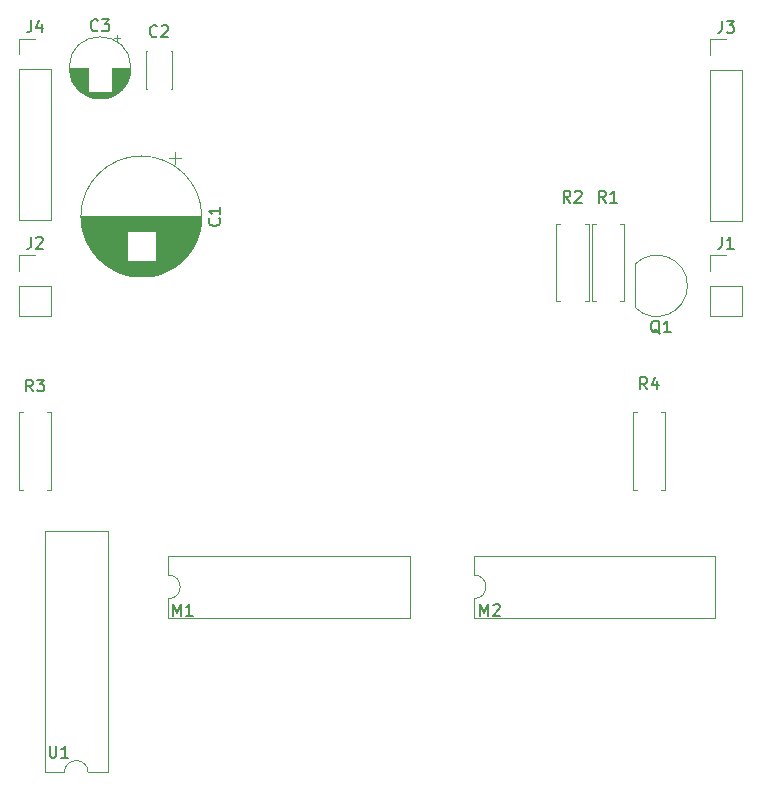
<source format=gbr>
%TF.GenerationSoftware,KiCad,Pcbnew,(6.0.9)*%
%TF.CreationDate,2022-12-23T11:45:30+05:30*%
%TF.ProjectId,IN-14 Panel,494e2d31-3420-4506-916e-656c2e6b6963,1.0*%
%TF.SameCoordinates,Original*%
%TF.FileFunction,Legend,Top*%
%TF.FilePolarity,Positive*%
%FSLAX46Y46*%
G04 Gerber Fmt 4.6, Leading zero omitted, Abs format (unit mm)*
G04 Created by KiCad (PCBNEW (6.0.9)) date 2022-12-23 11:45:30*
%MOMM*%
%LPD*%
G01*
G04 APERTURE LIST*
%ADD10C,0.150000*%
%ADD11C,0.120000*%
G04 APERTURE END LIST*
D10*
%TO.C,R4*%
X162833333Y-103762380D02*
X162500000Y-103286190D01*
X162261904Y-103762380D02*
X162261904Y-102762380D01*
X162642857Y-102762380D01*
X162738095Y-102810000D01*
X162785714Y-102857619D01*
X162833333Y-102952857D01*
X162833333Y-103095714D01*
X162785714Y-103190952D01*
X162738095Y-103238571D01*
X162642857Y-103286190D01*
X162261904Y-103286190D01*
X163690476Y-103095714D02*
X163690476Y-103762380D01*
X163452380Y-102714761D02*
X163214285Y-103429047D01*
X163833333Y-103429047D01*
%TO.C,J2*%
X110666666Y-90847380D02*
X110666666Y-91561666D01*
X110619047Y-91704523D01*
X110523809Y-91799761D01*
X110380952Y-91847380D01*
X110285714Y-91847380D01*
X111095238Y-90942619D02*
X111142857Y-90895000D01*
X111238095Y-90847380D01*
X111476190Y-90847380D01*
X111571428Y-90895000D01*
X111619047Y-90942619D01*
X111666666Y-91037857D01*
X111666666Y-91133095D01*
X111619047Y-91275952D01*
X111047619Y-91847380D01*
X111666666Y-91847380D01*
%TO.C,U1*%
X112238095Y-133952380D02*
X112238095Y-134761904D01*
X112285714Y-134857142D01*
X112333333Y-134904761D01*
X112428571Y-134952380D01*
X112619047Y-134952380D01*
X112714285Y-134904761D01*
X112761904Y-134857142D01*
X112809523Y-134761904D01*
X112809523Y-133952380D01*
X113809523Y-134952380D02*
X113238095Y-134952380D01*
X113523809Y-134952380D02*
X113523809Y-133952380D01*
X113428571Y-134095238D01*
X113333333Y-134190476D01*
X113238095Y-134238095D01*
%TO.C,Q1*%
X163904761Y-99047619D02*
X163809523Y-99000000D01*
X163714285Y-98904761D01*
X163571428Y-98761904D01*
X163476190Y-98714285D01*
X163380952Y-98714285D01*
X163428571Y-98952380D02*
X163333333Y-98904761D01*
X163238095Y-98809523D01*
X163190476Y-98619047D01*
X163190476Y-98285714D01*
X163238095Y-98095238D01*
X163333333Y-98000000D01*
X163428571Y-97952380D01*
X163619047Y-97952380D01*
X163714285Y-98000000D01*
X163809523Y-98095238D01*
X163857142Y-98285714D01*
X163857142Y-98619047D01*
X163809523Y-98809523D01*
X163714285Y-98904761D01*
X163619047Y-98952380D01*
X163428571Y-98952380D01*
X164809523Y-98952380D02*
X164238095Y-98952380D01*
X164523809Y-98952380D02*
X164523809Y-97952380D01*
X164428571Y-98095238D01*
X164333333Y-98190476D01*
X164238095Y-98238095D01*
%TO.C,C1*%
X126607142Y-89298989D02*
X126654761Y-89346608D01*
X126702380Y-89489465D01*
X126702380Y-89584703D01*
X126654761Y-89727561D01*
X126559523Y-89822799D01*
X126464285Y-89870418D01*
X126273809Y-89918037D01*
X126130952Y-89918037D01*
X125940476Y-89870418D01*
X125845238Y-89822799D01*
X125750000Y-89727561D01*
X125702380Y-89584703D01*
X125702380Y-89489465D01*
X125750000Y-89346608D01*
X125797619Y-89298989D01*
X126702380Y-88346608D02*
X126702380Y-88918037D01*
X126702380Y-88632323D02*
X125702380Y-88632323D01*
X125845238Y-88727561D01*
X125940476Y-88822799D01*
X125988095Y-88918037D01*
%TO.C,J3*%
X169166666Y-72582380D02*
X169166666Y-73296666D01*
X169119047Y-73439523D01*
X169023809Y-73534761D01*
X168880952Y-73582380D01*
X168785714Y-73582380D01*
X169547619Y-72582380D02*
X170166666Y-72582380D01*
X169833333Y-72963333D01*
X169976190Y-72963333D01*
X170071428Y-73010952D01*
X170119047Y-73058571D01*
X170166666Y-73153809D01*
X170166666Y-73391904D01*
X170119047Y-73487142D01*
X170071428Y-73534761D01*
X169976190Y-73582380D01*
X169690476Y-73582380D01*
X169595238Y-73534761D01*
X169547619Y-73487142D01*
%TO.C,C2*%
X121333333Y-73857142D02*
X121285714Y-73904761D01*
X121142857Y-73952380D01*
X121047619Y-73952380D01*
X120904761Y-73904761D01*
X120809523Y-73809523D01*
X120761904Y-73714285D01*
X120714285Y-73523809D01*
X120714285Y-73380952D01*
X120761904Y-73190476D01*
X120809523Y-73095238D01*
X120904761Y-73000000D01*
X121047619Y-72952380D01*
X121142857Y-72952380D01*
X121285714Y-73000000D01*
X121333333Y-73047619D01*
X121714285Y-73047619D02*
X121761904Y-73000000D01*
X121857142Y-72952380D01*
X122095238Y-72952380D01*
X122190476Y-73000000D01*
X122238095Y-73047619D01*
X122285714Y-73142857D01*
X122285714Y-73238095D01*
X122238095Y-73380952D01*
X121666666Y-73952380D01*
X122285714Y-73952380D01*
%TO.C,R1*%
X159333333Y-87952380D02*
X159000000Y-87476190D01*
X158761904Y-87952380D02*
X158761904Y-86952380D01*
X159142857Y-86952380D01*
X159238095Y-87000000D01*
X159285714Y-87047619D01*
X159333333Y-87142857D01*
X159333333Y-87285714D01*
X159285714Y-87380952D01*
X159238095Y-87428571D01*
X159142857Y-87476190D01*
X158761904Y-87476190D01*
X160285714Y-87952380D02*
X159714285Y-87952380D01*
X160000000Y-87952380D02*
X160000000Y-86952380D01*
X159904761Y-87095238D01*
X159809523Y-87190476D01*
X159714285Y-87238095D01*
%TO.C,R2*%
X156333333Y-87952380D02*
X156000000Y-87476190D01*
X155761904Y-87952380D02*
X155761904Y-86952380D01*
X156142857Y-86952380D01*
X156238095Y-87000000D01*
X156285714Y-87047619D01*
X156333333Y-87142857D01*
X156333333Y-87285714D01*
X156285714Y-87380952D01*
X156238095Y-87428571D01*
X156142857Y-87476190D01*
X155761904Y-87476190D01*
X156714285Y-87047619D02*
X156761904Y-87000000D01*
X156857142Y-86952380D01*
X157095238Y-86952380D01*
X157190476Y-87000000D01*
X157238095Y-87047619D01*
X157285714Y-87142857D01*
X157285714Y-87238095D01*
X157238095Y-87380952D01*
X156666666Y-87952380D01*
X157285714Y-87952380D01*
%TO.C,J4*%
X110666666Y-72542380D02*
X110666666Y-73256666D01*
X110619047Y-73399523D01*
X110523809Y-73494761D01*
X110380952Y-73542380D01*
X110285714Y-73542380D01*
X111571428Y-72875714D02*
X111571428Y-73542380D01*
X111333333Y-72494761D02*
X111095238Y-73209047D01*
X111714285Y-73209047D01*
%TO.C,J1*%
X169166666Y-90847380D02*
X169166666Y-91561666D01*
X169119047Y-91704523D01*
X169023809Y-91799761D01*
X168880952Y-91847380D01*
X168785714Y-91847380D01*
X170166666Y-91847380D02*
X169595238Y-91847380D01*
X169880952Y-91847380D02*
X169880952Y-90847380D01*
X169785714Y-90990238D01*
X169690476Y-91085476D01*
X169595238Y-91133095D01*
%TO.C,R3*%
X110833333Y-103952380D02*
X110500000Y-103476190D01*
X110261904Y-103952380D02*
X110261904Y-102952380D01*
X110642857Y-102952380D01*
X110738095Y-103000000D01*
X110785714Y-103047619D01*
X110833333Y-103142857D01*
X110833333Y-103285714D01*
X110785714Y-103380952D01*
X110738095Y-103428571D01*
X110642857Y-103476190D01*
X110261904Y-103476190D01*
X111166666Y-102952380D02*
X111785714Y-102952380D01*
X111452380Y-103333333D01*
X111595238Y-103333333D01*
X111690476Y-103380952D01*
X111738095Y-103428571D01*
X111785714Y-103523809D01*
X111785714Y-103761904D01*
X111738095Y-103857142D01*
X111690476Y-103904761D01*
X111595238Y-103952380D01*
X111309523Y-103952380D01*
X111214285Y-103904761D01*
X111166666Y-103857142D01*
%TO.C,C3*%
X116333333Y-73357142D02*
X116285714Y-73404761D01*
X116142857Y-73452380D01*
X116047619Y-73452380D01*
X115904761Y-73404761D01*
X115809523Y-73309523D01*
X115761904Y-73214285D01*
X115714285Y-73023809D01*
X115714285Y-72880952D01*
X115761904Y-72690476D01*
X115809523Y-72595238D01*
X115904761Y-72500000D01*
X116047619Y-72452380D01*
X116142857Y-72452380D01*
X116285714Y-72500000D01*
X116333333Y-72547619D01*
X116666666Y-72452380D02*
X117285714Y-72452380D01*
X116952380Y-72833333D01*
X117095238Y-72833333D01*
X117190476Y-72880952D01*
X117238095Y-72928571D01*
X117285714Y-73023809D01*
X117285714Y-73261904D01*
X117238095Y-73357142D01*
X117190476Y-73404761D01*
X117095238Y-73452380D01*
X116809523Y-73452380D01*
X116714285Y-73404761D01*
X116666666Y-73357142D01*
%TO.C,M2*%
X148690476Y-122952380D02*
X148690476Y-121952380D01*
X149023809Y-122666666D01*
X149357142Y-121952380D01*
X149357142Y-122952380D01*
X149785714Y-122047619D02*
X149833333Y-122000000D01*
X149928571Y-121952380D01*
X150166666Y-121952380D01*
X150261904Y-122000000D01*
X150309523Y-122047619D01*
X150357142Y-122142857D01*
X150357142Y-122238095D01*
X150309523Y-122380952D01*
X149738095Y-122952380D01*
X150357142Y-122952380D01*
%TO.C,M1*%
X122690476Y-122952380D02*
X122690476Y-121952380D01*
X123023809Y-122666666D01*
X123357142Y-121952380D01*
X123357142Y-122952380D01*
X124357142Y-122952380D02*
X123785714Y-122952380D01*
X124071428Y-122952380D02*
X124071428Y-121952380D01*
X123976190Y-122095238D01*
X123880952Y-122190476D01*
X123785714Y-122238095D01*
D11*
%TO.C,R4*%
X164370000Y-105730000D02*
X164040000Y-105730000D01*
X164370000Y-112270000D02*
X164370000Y-105730000D01*
X161630000Y-105730000D02*
X161960000Y-105730000D01*
X161960000Y-112270000D02*
X161630000Y-112270000D01*
X164040000Y-112270000D02*
X164370000Y-112270000D01*
X161630000Y-112270000D02*
X161630000Y-105730000D01*
%TO.C,J2*%
X109670000Y-94995000D02*
X109670000Y-97595000D01*
X109670000Y-94995000D02*
X112330000Y-94995000D01*
X109670000Y-97595000D02*
X112330000Y-97595000D01*
X112330000Y-94995000D02*
X112330000Y-97595000D01*
X109670000Y-93725000D02*
X109670000Y-92395000D01*
X109670000Y-92395000D02*
X111000000Y-92395000D01*
%TO.C,U1*%
X111840000Y-136205000D02*
X113490000Y-136205000D01*
X117140000Y-115765000D02*
X111840000Y-115765000D01*
X111840000Y-115765000D02*
X111840000Y-136205000D01*
X115490000Y-136205000D02*
X117140000Y-136205000D01*
X117140000Y-136205000D02*
X117140000Y-115765000D01*
X115490000Y-136205000D02*
G75*
G03*
X113490000Y-136205000I-1000000J0D01*
G01*
%TO.C,Q1*%
X161790000Y-93200000D02*
X161790000Y-96800000D01*
X166240001Y-95000000D02*
G75*
G03*
X161801522Y-93161522I-2600001J0D01*
G01*
X161801522Y-96838478D02*
G75*
G03*
X166240000Y-95000000I1838478J1838478D01*
G01*
%TO.C,C1*%
X118759000Y-90453323D02*
X115093000Y-90453323D01*
X118759000Y-90653323D02*
X115150000Y-90653323D01*
X124417000Y-91653323D02*
X121241000Y-91653323D01*
X122365000Y-93653323D02*
X117635000Y-93653323D01*
X123925000Y-92373323D02*
X121241000Y-92373323D01*
X118759000Y-90733323D02*
X115176000Y-90733323D01*
X122579000Y-93533323D02*
X117421000Y-93533323D01*
X124824000Y-90733323D02*
X121241000Y-90733323D01*
X121230000Y-94093323D02*
X118770000Y-94093323D01*
X118759000Y-92053323D02*
X115834000Y-92053323D01*
X123000000Y-93253323D02*
X117000000Y-93253323D01*
X124783000Y-90853323D02*
X121241000Y-90853323D01*
X124907000Y-90453323D02*
X121241000Y-90453323D01*
X125045000Y-89732323D02*
X114955000Y-89732323D01*
X124221000Y-91973323D02*
X121241000Y-91973323D01*
X124797000Y-90813323D02*
X121241000Y-90813323D01*
X118759000Y-91573323D02*
X115538000Y-91573323D01*
X118759000Y-92293323D02*
X116011000Y-92293323D01*
X122889000Y-93333323D02*
X117111000Y-93333323D01*
X118759000Y-90973323D02*
X115262000Y-90973323D01*
X118759000Y-92373323D02*
X116075000Y-92373323D01*
X124371000Y-91733323D02*
X121241000Y-91733323D01*
X122289000Y-93693323D02*
X117711000Y-93693323D01*
X118759000Y-91173323D02*
X115343000Y-91173323D01*
X118759000Y-90813323D02*
X115203000Y-90813323D01*
X124947000Y-90293323D02*
X115053000Y-90293323D01*
X118759000Y-92653323D02*
X116321000Y-92653323D01*
X125080000Y-89212323D02*
X114920000Y-89212323D01*
X123206000Y-93093323D02*
X116794000Y-93093323D01*
X125004000Y-90013323D02*
X114996000Y-90013323D01*
X123375000Y-84152677D02*
X122375000Y-84152677D01*
X124885000Y-90533323D02*
X121241000Y-90533323D01*
X118759000Y-91053323D02*
X115293000Y-91053323D01*
X125080000Y-89132323D02*
X114920000Y-89132323D01*
X118759000Y-92533323D02*
X116211000Y-92533323D01*
X123679000Y-92653323D02*
X121241000Y-92653323D01*
X124738000Y-90973323D02*
X121241000Y-90973323D01*
X118759000Y-91253323D02*
X115379000Y-91253323D01*
X118759000Y-90493323D02*
X115103000Y-90493323D01*
X125058000Y-89612323D02*
X114942000Y-89612323D01*
X124928000Y-90373323D02*
X115072000Y-90373323D01*
X118759000Y-92453323D02*
X116142000Y-92453323D01*
X124166000Y-92053323D02*
X121241000Y-92053323D01*
X124918000Y-90413323D02*
X121241000Y-90413323D01*
X125024000Y-89893323D02*
X114976000Y-89893323D01*
X124020000Y-92253323D02*
X121241000Y-92253323D01*
X118759000Y-91413323D02*
X115455000Y-91413323D01*
X124965000Y-90213323D02*
X115035000Y-90213323D01*
X124603000Y-91293323D02*
X121241000Y-91293323D01*
X124850000Y-90653323D02*
X121241000Y-90653323D01*
X121846000Y-93893323D02*
X118154000Y-93893323D01*
X118759000Y-90693323D02*
X115163000Y-90693323D01*
X124050000Y-92213323D02*
X121241000Y-92213323D01*
X125035000Y-89812323D02*
X114965000Y-89812323D01*
X123106000Y-93173323D02*
X116894000Y-93173323D01*
X118759000Y-92493323D02*
X116176000Y-92493323D01*
X124974000Y-90173323D02*
X115026000Y-90173323D01*
X123892000Y-92413323D02*
X121241000Y-92413323D01*
X121630000Y-93973323D02*
X118370000Y-93973323D01*
X118759000Y-92333323D02*
X116043000Y-92333323D01*
X124754000Y-90933323D02*
X121241000Y-90933323D01*
X118759000Y-91893323D02*
X115727000Y-91893323D01*
X124674000Y-91133323D02*
X121241000Y-91133323D01*
X124639000Y-91213323D02*
X121241000Y-91213323D01*
X124956000Y-90253323D02*
X115044000Y-90253323D01*
X125054000Y-89652323D02*
X114946000Y-89652323D01*
X118759000Y-91493323D02*
X115496000Y-91493323D01*
X118759000Y-92773323D02*
X116439000Y-92773323D01*
X118759000Y-92253323D02*
X115980000Y-92253323D01*
X118759000Y-92413323D02*
X116108000Y-92413323D01*
X122645000Y-93493323D02*
X117355000Y-93493323D01*
X118759000Y-92173323D02*
X115920000Y-92173323D01*
X124323000Y-91813323D02*
X121241000Y-91813323D01*
X123858000Y-92453323D02*
X121241000Y-92453323D01*
X118759000Y-90933323D02*
X115246000Y-90933323D01*
X121062000Y-94133323D02*
X118938000Y-94133323D01*
X125073000Y-89412323D02*
X114927000Y-89412323D01*
X121742000Y-93933323D02*
X118258000Y-93933323D01*
X123054000Y-93213323D02*
X116946000Y-93213323D01*
X118759000Y-92613323D02*
X116284000Y-92613323D01*
X122770000Y-93413323D02*
X117230000Y-93413323D01*
X124874000Y-90573323D02*
X121241000Y-90573323D01*
X123478000Y-92853323D02*
X121241000Y-92853323D01*
X118759000Y-90613323D02*
X115138000Y-90613323D01*
X118759000Y-92693323D02*
X116360000Y-92693323D01*
X124837000Y-90693323D02*
X121241000Y-90693323D01*
X118759000Y-91293323D02*
X115397000Y-91293323D01*
X121378000Y-94053323D02*
X118622000Y-94053323D01*
X123392000Y-92933323D02*
X116608000Y-92933323D01*
X118759000Y-90533323D02*
X115115000Y-90533323D01*
X118759000Y-90893323D02*
X115232000Y-90893323D01*
X125050000Y-89692323D02*
X114950000Y-89692323D01*
X123561000Y-92773323D02*
X121241000Y-92773323D01*
X125065000Y-89532323D02*
X114935000Y-89532323D01*
X124440000Y-91613323D02*
X121241000Y-91613323D01*
X122439000Y-93613323D02*
X117561000Y-93613323D01*
X124862000Y-90613323D02*
X121241000Y-90613323D01*
X118759000Y-90853323D02*
X115217000Y-90853323D01*
X118759000Y-91813323D02*
X115677000Y-91813323D01*
X122830000Y-93373323D02*
X117170000Y-93373323D01*
X125068000Y-89492323D02*
X114932000Y-89492323D01*
X124273000Y-91893323D02*
X121241000Y-91893323D01*
X125070000Y-89452323D02*
X114930000Y-89452323D01*
X118759000Y-91453323D02*
X115475000Y-91453323D01*
X118759000Y-90573323D02*
X115126000Y-90573323D01*
X118759000Y-92133323D02*
X115890000Y-92133323D01*
X124194000Y-92013323D02*
X121241000Y-92013323D01*
X124395000Y-91693323D02*
X121241000Y-91693323D01*
X124483000Y-91533323D02*
X121241000Y-91533323D01*
X124768000Y-90893323D02*
X121241000Y-90893323D01*
X124462000Y-91573323D02*
X121241000Y-91573323D01*
X118759000Y-92813323D02*
X116480000Y-92813323D01*
X123436000Y-92893323D02*
X116564000Y-92893323D01*
X118759000Y-91093323D02*
X115310000Y-91093323D01*
X122037000Y-93813323D02*
X117963000Y-93813323D01*
X121944000Y-93853323D02*
X118056000Y-93853323D01*
X118759000Y-92733323D02*
X116399000Y-92733323D01*
X124564000Y-91373323D02*
X121241000Y-91373323D01*
X124723000Y-91013323D02*
X121241000Y-91013323D01*
X125062000Y-89572323D02*
X114938000Y-89572323D01*
X124621000Y-91253323D02*
X121241000Y-91253323D01*
X124938000Y-90333323D02*
X115062000Y-90333323D01*
X125018000Y-89933323D02*
X114982000Y-89933323D01*
X124990000Y-90093323D02*
X115010000Y-90093323D01*
X120862000Y-94173323D02*
X119138000Y-94173323D01*
X123753000Y-92573323D02*
X121241000Y-92573323D01*
X124080000Y-92173323D02*
X121241000Y-92173323D01*
X118759000Y-92093323D02*
X115862000Y-92093323D01*
X123957000Y-92333323D02*
X121241000Y-92333323D01*
X124504000Y-91493323D02*
X121241000Y-91493323D01*
X118759000Y-91133323D02*
X115326000Y-91133323D01*
X124545000Y-91413323D02*
X121241000Y-91413323D01*
X122875000Y-83652677D02*
X122875000Y-84652677D01*
X124707000Y-91053323D02*
X121241000Y-91053323D01*
X124298000Y-91853323D02*
X121241000Y-91853323D01*
X118759000Y-92213323D02*
X115950000Y-92213323D01*
X123254000Y-93053323D02*
X116746000Y-93053323D01*
X118759000Y-91613323D02*
X115560000Y-91613323D01*
X118759000Y-91773323D02*
X115653000Y-91773323D01*
X123640000Y-92693323D02*
X121241000Y-92693323D01*
X118759000Y-91533323D02*
X115517000Y-91533323D01*
X118759000Y-92573323D02*
X116247000Y-92573323D01*
X118759000Y-91853323D02*
X115702000Y-91853323D01*
X118759000Y-91693323D02*
X115605000Y-91693323D01*
X118759000Y-90773323D02*
X115189000Y-90773323D01*
X125079000Y-89252323D02*
X114921000Y-89252323D01*
X118759000Y-91933323D02*
X115753000Y-91933323D01*
X124347000Y-91773323D02*
X121241000Y-91773323D01*
X125080000Y-89172323D02*
X114920000Y-89172323D01*
X124657000Y-91173323D02*
X121241000Y-91173323D01*
X123347000Y-92973323D02*
X116653000Y-92973323D01*
X124997000Y-90053323D02*
X115003000Y-90053323D01*
X125077000Y-89332323D02*
X114923000Y-89332323D01*
X125030000Y-89853323D02*
X114970000Y-89853323D01*
X122510000Y-93573323D02*
X117490000Y-93573323D01*
X121510000Y-94013323D02*
X118490000Y-94013323D01*
X118759000Y-91013323D02*
X115277000Y-91013323D01*
X118759000Y-90413323D02*
X115082000Y-90413323D01*
X120599000Y-94213323D02*
X119401000Y-94213323D01*
X123601000Y-92733323D02*
X121241000Y-92733323D01*
X122945000Y-93293323D02*
X117055000Y-93293323D01*
X123716000Y-92613323D02*
X121241000Y-92613323D01*
X122709000Y-93453323D02*
X117291000Y-93453323D01*
X118759000Y-91733323D02*
X115629000Y-91733323D01*
X124690000Y-91093323D02*
X121241000Y-91093323D01*
X125040000Y-89772323D02*
X114960000Y-89772323D01*
X123520000Y-92813323D02*
X121241000Y-92813323D01*
X123156000Y-93133323D02*
X116844000Y-93133323D01*
X118759000Y-91213323D02*
X115361000Y-91213323D01*
X122209000Y-93733323D02*
X117791000Y-93733323D01*
X124138000Y-92093323D02*
X121241000Y-92093323D01*
X123301000Y-93013323D02*
X116699000Y-93013323D01*
X123989000Y-92293323D02*
X121241000Y-92293323D01*
X122125000Y-93773323D02*
X117875000Y-93773323D01*
X118759000Y-91373323D02*
X115436000Y-91373323D01*
X124110000Y-92133323D02*
X121241000Y-92133323D01*
X118759000Y-92013323D02*
X115806000Y-92013323D01*
X118759000Y-92853323D02*
X116522000Y-92853323D01*
X124247000Y-91933323D02*
X121241000Y-91933323D01*
X124584000Y-91333323D02*
X121241000Y-91333323D01*
X124897000Y-90493323D02*
X121241000Y-90493323D01*
X125011000Y-89973323D02*
X114989000Y-89973323D01*
X124982000Y-90133323D02*
X115018000Y-90133323D01*
X118759000Y-91333323D02*
X115416000Y-91333323D01*
X124811000Y-90773323D02*
X121241000Y-90773323D01*
X124525000Y-91453323D02*
X121241000Y-91453323D01*
X118759000Y-91653323D02*
X115583000Y-91653323D01*
X123824000Y-92493323D02*
X121241000Y-92493323D01*
X118759000Y-91973323D02*
X115779000Y-91973323D01*
X123789000Y-92533323D02*
X121241000Y-92533323D01*
X125078000Y-89292323D02*
X114922000Y-89292323D01*
X125075000Y-89372323D02*
X114925000Y-89372323D01*
X125120000Y-89132323D02*
G75*
G03*
X125120000Y-89132323I-5120000J0D01*
G01*
%TO.C,J3*%
X168170000Y-76730000D02*
X168170000Y-89490000D01*
X168170000Y-89490000D02*
X170830000Y-89490000D01*
X168170000Y-74130000D02*
X169500000Y-74130000D01*
X168170000Y-76730000D02*
X170830000Y-76730000D01*
X168170000Y-75460000D02*
X168170000Y-74130000D01*
X170830000Y-76730000D02*
X170830000Y-89490000D01*
%TO.C,C2*%
X120380000Y-78370000D02*
X120445000Y-78370000D01*
X122620000Y-78370000D02*
X122620000Y-75130000D01*
X120380000Y-78370000D02*
X120380000Y-75130000D01*
X122555000Y-78370000D02*
X122620000Y-78370000D01*
X122555000Y-75130000D02*
X122620000Y-75130000D01*
X120380000Y-75130000D02*
X120445000Y-75130000D01*
%TO.C,R1*%
X160540000Y-89730000D02*
X160870000Y-89730000D01*
X158130000Y-89730000D02*
X158130000Y-96270000D01*
X160870000Y-96270000D02*
X160540000Y-96270000D01*
X158130000Y-96270000D02*
X158460000Y-96270000D01*
X158460000Y-89730000D02*
X158130000Y-89730000D01*
X160870000Y-89730000D02*
X160870000Y-96270000D01*
%TO.C,R2*%
X157540000Y-89730000D02*
X157870000Y-89730000D01*
X157870000Y-89730000D02*
X157870000Y-96270000D01*
X155460000Y-89730000D02*
X155130000Y-89730000D01*
X155130000Y-89730000D02*
X155130000Y-96270000D01*
X157870000Y-96270000D02*
X157540000Y-96270000D01*
X155130000Y-96270000D02*
X155460000Y-96270000D01*
%TO.C,J4*%
X109670000Y-74090000D02*
X111000000Y-74090000D01*
X109670000Y-89450000D02*
X112330000Y-89450000D01*
X109670000Y-76690000D02*
X112330000Y-76690000D01*
X112330000Y-76690000D02*
X112330000Y-89450000D01*
X109670000Y-76690000D02*
X109670000Y-89450000D01*
X109670000Y-75420000D02*
X109670000Y-74090000D01*
%TO.C,J1*%
X168170000Y-97595000D02*
X170830000Y-97595000D01*
X168170000Y-92395000D02*
X169500000Y-92395000D01*
X168170000Y-93725000D02*
X168170000Y-92395000D01*
X170830000Y-94995000D02*
X170830000Y-97595000D01*
X168170000Y-94995000D02*
X170830000Y-94995000D01*
X168170000Y-94995000D02*
X168170000Y-97595000D01*
%TO.C,R3*%
X112040000Y-112270000D02*
X112370000Y-112270000D01*
X112370000Y-112270000D02*
X112370000Y-105730000D01*
X109630000Y-105730000D02*
X109960000Y-105730000D01*
X109960000Y-112270000D02*
X109630000Y-112270000D01*
X112370000Y-105730000D02*
X112040000Y-105730000D01*
X109630000Y-112270000D02*
X109630000Y-105730000D01*
%TO.C,C3*%
X118980000Y-77265888D02*
X117540000Y-77265888D01*
X115460000Y-77705888D02*
X114190000Y-77705888D01*
X118622000Y-78025888D02*
X117540000Y-78025888D01*
X115460000Y-77545888D02*
X114118000Y-77545888D01*
X115460000Y-77665888D02*
X114171000Y-77665888D01*
X115460000Y-77825888D02*
X114253000Y-77825888D01*
X115460000Y-76904888D02*
X113944000Y-76904888D01*
X118326000Y-78385888D02*
X117540000Y-78385888D01*
X115460000Y-77585888D02*
X114135000Y-77585888D01*
X115460000Y-78305888D02*
X114599000Y-78305888D01*
X118000000Y-78665888D02*
X115000000Y-78665888D01*
X118105000Y-78585888D02*
X114895000Y-78585888D01*
X118565000Y-78105888D02*
X117540000Y-78105888D01*
X115460000Y-78185888D02*
X114496000Y-78185888D01*
X115460000Y-77024888D02*
X113964000Y-77024888D01*
X115460000Y-76864888D02*
X113939000Y-76864888D01*
X118364000Y-78345888D02*
X117540000Y-78345888D01*
X115460000Y-78065888D02*
X114405000Y-78065888D01*
X115460000Y-76664888D02*
X113922000Y-76664888D01*
X118437000Y-78265888D02*
X117540000Y-78265888D01*
X115460000Y-77345888D02*
X114045000Y-77345888D01*
X118225000Y-73990113D02*
X117725000Y-73990113D01*
X115460000Y-77385888D02*
X114058000Y-77385888D01*
X119079000Y-76624888D02*
X117540000Y-76624888D01*
X118199000Y-78505888D02*
X117540000Y-78505888D01*
X119078000Y-76664888D02*
X117540000Y-76664888D01*
X119020000Y-77104888D02*
X117540000Y-77104888D01*
X115460000Y-78225888D02*
X114529000Y-78225888D01*
X118768000Y-77785888D02*
X117540000Y-77785888D01*
X117177000Y-79065888D02*
X115823000Y-79065888D01*
X117943000Y-78705888D02*
X115057000Y-78705888D01*
X118675000Y-77945888D02*
X117540000Y-77945888D01*
X119056000Y-76904888D02*
X117540000Y-76904888D01*
X118848000Y-77625888D02*
X117540000Y-77625888D01*
X119061000Y-76864888D02*
X117540000Y-76864888D01*
X118504000Y-78185888D02*
X117540000Y-78185888D01*
X115460000Y-76704888D02*
X113924000Y-76704888D01*
X115460000Y-76984888D02*
X113957000Y-76984888D01*
X115460000Y-77865888D02*
X114276000Y-77865888D01*
X118955000Y-77345888D02*
X117540000Y-77345888D01*
X117415000Y-78985888D02*
X115585000Y-78985888D01*
X115460000Y-76544888D02*
X113920000Y-76544888D01*
X118829000Y-77665888D02*
X117540000Y-77665888D01*
X115460000Y-77224888D02*
X114009000Y-77224888D01*
X118898000Y-77505888D02*
X117540000Y-77505888D01*
X115460000Y-77785888D02*
X114232000Y-77785888D01*
X118747000Y-77825888D02*
X117540000Y-77825888D01*
X115460000Y-76824888D02*
X113935000Y-76824888D01*
X119011000Y-77144888D02*
X117540000Y-77144888D01*
X115460000Y-77184888D02*
X113999000Y-77184888D01*
X117975000Y-73740113D02*
X117975000Y-74240113D01*
X119036000Y-77024888D02*
X117540000Y-77024888D01*
X115460000Y-77425888D02*
X114072000Y-77425888D01*
X115460000Y-77745888D02*
X114210000Y-77745888D01*
X117305000Y-79025888D02*
X115695000Y-79025888D01*
X117598000Y-78905888D02*
X115402000Y-78905888D01*
X115460000Y-77905888D02*
X114300000Y-77905888D01*
X118285000Y-78425888D02*
X117540000Y-78425888D01*
X115460000Y-78465888D02*
X114757000Y-78465888D01*
X117883000Y-78745888D02*
X115117000Y-78745888D01*
X115460000Y-78265888D02*
X114563000Y-78265888D01*
X118700000Y-77905888D02*
X117540000Y-77905888D01*
X118865000Y-77585888D02*
X117540000Y-77585888D01*
X118882000Y-77545888D02*
X117540000Y-77545888D01*
X115460000Y-77305888D02*
X114032000Y-77305888D01*
X118649000Y-77985888D02*
X117540000Y-77985888D01*
X115460000Y-76784888D02*
X113931000Y-76784888D01*
X115460000Y-77064888D02*
X113972000Y-77064888D01*
X115460000Y-77945888D02*
X114325000Y-77945888D01*
X118991000Y-77224888D02*
X117540000Y-77224888D01*
X115460000Y-78505888D02*
X114801000Y-78505888D01*
X119065000Y-76824888D02*
X117540000Y-76824888D01*
X118914000Y-77465888D02*
X117540000Y-77465888D01*
X118968000Y-77305888D02*
X117540000Y-77305888D01*
X115460000Y-76624888D02*
X113921000Y-76624888D01*
X118724000Y-77865888D02*
X117540000Y-77865888D01*
X119076000Y-76704888D02*
X117540000Y-76704888D01*
X115460000Y-77104888D02*
X113980000Y-77104888D01*
X115460000Y-77625888D02*
X114152000Y-77625888D01*
X115460000Y-78025888D02*
X114378000Y-78025888D01*
X115460000Y-78425888D02*
X114715000Y-78425888D01*
X115460000Y-77465888D02*
X114086000Y-77465888D01*
X115460000Y-77265888D02*
X114020000Y-77265888D01*
X119069000Y-76784888D02*
X117540000Y-76784888D01*
X117751000Y-78825888D02*
X115249000Y-78825888D01*
X115460000Y-78545888D02*
X114847000Y-78545888D01*
X116784000Y-79145888D02*
X116216000Y-79145888D01*
X118790000Y-77745888D02*
X117540000Y-77745888D01*
X115460000Y-78345888D02*
X114636000Y-78345888D01*
X119028000Y-77064888D02*
X117540000Y-77064888D01*
X115460000Y-76744888D02*
X113927000Y-76744888D01*
X115460000Y-77985888D02*
X114351000Y-77985888D01*
X119073000Y-76744888D02*
X117540000Y-76744888D01*
X115460000Y-78105888D02*
X114435000Y-78105888D01*
X115460000Y-78145888D02*
X114465000Y-78145888D01*
X115460000Y-77505888D02*
X114102000Y-77505888D01*
X118595000Y-78065888D02*
X117540000Y-78065888D01*
X115460000Y-76944888D02*
X113950000Y-76944888D01*
X118942000Y-77385888D02*
X117540000Y-77385888D01*
X119050000Y-76944888D02*
X117540000Y-76944888D01*
X119043000Y-76984888D02*
X117540000Y-76984888D01*
X117819000Y-78785888D02*
X115181000Y-78785888D01*
X115460000Y-78385888D02*
X114674000Y-78385888D01*
X117511000Y-78945888D02*
X115489000Y-78945888D01*
X118810000Y-77705888D02*
X117540000Y-77705888D01*
X118054000Y-78625888D02*
X114946000Y-78625888D01*
X118401000Y-78305888D02*
X117540000Y-78305888D01*
X118535000Y-78145888D02*
X117540000Y-78145888D01*
X119001000Y-77184888D02*
X117540000Y-77184888D01*
X115460000Y-76584888D02*
X113920000Y-76584888D01*
X118928000Y-77425888D02*
X117540000Y-77425888D01*
X115460000Y-77144888D02*
X113989000Y-77144888D01*
X119080000Y-76584888D02*
X117540000Y-76584888D01*
X118243000Y-78465888D02*
X117540000Y-78465888D01*
X117678000Y-78865888D02*
X115322000Y-78865888D01*
X119080000Y-76544888D02*
X117540000Y-76544888D01*
X118153000Y-78545888D02*
X117540000Y-78545888D01*
X118471000Y-78225888D02*
X117540000Y-78225888D01*
X117018000Y-79105888D02*
X115982000Y-79105888D01*
X119120000Y-76544888D02*
G75*
G03*
X119120000Y-76544888I-2620000J0D01*
G01*
%TO.C,M2*%
X148170000Y-121490000D02*
X148170000Y-123140000D01*
X168610000Y-123140000D02*
X168610000Y-117840000D01*
X148170000Y-123140000D02*
X168610000Y-123140000D01*
X148170000Y-117840000D02*
X148170000Y-119490000D01*
X168610000Y-117840000D02*
X148170000Y-117840000D01*
X148170000Y-121490000D02*
G75*
G03*
X148170000Y-119490000I0J1000000D01*
G01*
%TO.C,M1*%
X122295000Y-117840000D02*
X122295000Y-119490000D01*
X142735000Y-117840000D02*
X122295000Y-117840000D01*
X122295000Y-121490000D02*
X122295000Y-123140000D01*
X142735000Y-123140000D02*
X142735000Y-117840000D01*
X122295000Y-123140000D02*
X142735000Y-123140000D01*
X122295000Y-121490000D02*
G75*
G03*
X122295000Y-119490000I0J1000000D01*
G01*
%TD*%
M02*

</source>
